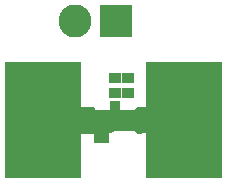
<source format=gts>
G04 #@! TF.FileFunction,Soldermask,Top*
%FSLAX46Y46*%
G04 Gerber Fmt 4.6, Leading zero omitted, Abs format (unit mm)*
G04 Created by KiCad (PCBNEW 4.0.3-stable) date Sun Sep 11 01:23:42 2016*
%MOMM*%
%LPD*%
G01*
G04 APERTURE LIST*
%ADD10C,0.100000*%
%ADD11R,0.900000X1.000000*%
%ADD12R,1.000000X0.900000*%
%ADD13C,2.800000*%
%ADD14R,2.800000X2.800000*%
%ADD15R,6.400000X1.400000*%
%ADD16R,6.400000X4.400000*%
%ADD17R,0.600000X0.980000*%
%ADD18R,1.250000X0.870000*%
%ADD19C,0.254000*%
G04 APERTURE END LIST*
D10*
D11*
X135100000Y-105300000D03*
X135100000Y-104200000D03*
D12*
X135100000Y-103000000D03*
X136200000Y-103000000D03*
X135100000Y-101800000D03*
X136200000Y-101800000D03*
X137050000Y-105300000D03*
X135950000Y-105300000D03*
D13*
X131700000Y-96900000D03*
D14*
X135200000Y-96900000D03*
D15*
X129050000Y-105300000D03*
D16*
X129050000Y-108000000D03*
X129050000Y-102600000D03*
D17*
X134400000Y-105300000D03*
X134000000Y-105300000D03*
X133600000Y-105300000D03*
X133600000Y-106800000D03*
X134000000Y-106800000D03*
X134400000Y-106800000D03*
D18*
X134000000Y-106050000D03*
D15*
X141000000Y-105300000D03*
D16*
X141000000Y-102600000D03*
X141000000Y-108000000D03*
D19*
G36*
X133223000Y-106373000D02*
X132059486Y-106373000D01*
X131747315Y-104277000D01*
X133223000Y-104277000D01*
X133223000Y-106373000D01*
X133223000Y-106373000D01*
G37*
X133223000Y-106373000D02*
X132059486Y-106373000D01*
X131747315Y-104277000D01*
X133223000Y-104277000D01*
X133223000Y-106373000D01*
G36*
X133381748Y-106223000D02*
X133237144Y-106223000D01*
X133268671Y-105813154D01*
X133412305Y-105795200D01*
X133381748Y-106223000D01*
X133381748Y-106223000D01*
G37*
X133381748Y-106223000D02*
X133237144Y-106223000D01*
X133268671Y-105813154D01*
X133412305Y-105795200D01*
X133381748Y-106223000D01*
G36*
X137775649Y-106279369D02*
X137010962Y-106319616D01*
X136901600Y-106173800D01*
X136863949Y-106140275D01*
X136800000Y-106123000D01*
X134950000Y-106123000D01*
X134893204Y-106136408D01*
X134683628Y-106241196D01*
X133269416Y-104527000D01*
X136800000Y-104527000D01*
X136849410Y-104516994D01*
X136899170Y-104479336D01*
X137061039Y-104277000D01*
X137820146Y-104277000D01*
X137775649Y-106279369D01*
X137775649Y-106279369D01*
G37*
X137775649Y-106279369D02*
X137010962Y-106319616D01*
X136901600Y-106173800D01*
X136863949Y-106140275D01*
X136800000Y-106123000D01*
X134950000Y-106123000D01*
X134893204Y-106136408D01*
X134683628Y-106241196D01*
X133269416Y-104527000D01*
X136800000Y-104527000D01*
X136849410Y-104516994D01*
X136899170Y-104479336D01*
X137061039Y-104277000D01*
X137820146Y-104277000D01*
X137775649Y-106279369D01*
M02*

</source>
